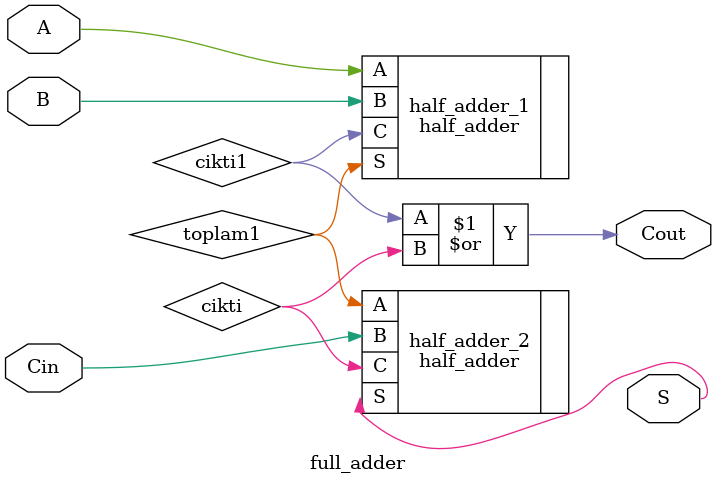
<source format=v>
`timescale 1ns/10ps

module full_adder(
    input A, B, Cin,
    output S, Cout
);
wire toplam1;
wire toplam2;
wire cikti1;
wire cikti;

    half_adder half_adder_1(.A(A),.B(B),.C(cikti1),.S(toplam1));
    half_adder half_adder_2(.A(toplam1),.B(Cin),.C(cikti),.S(S));
    or(Cout , cikti1 , cikti);

    

endmodule
</source>
